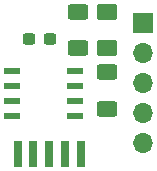
<source format=gts>
G04 #@! TF.GenerationSoftware,KiCad,Pcbnew,7.0.9*
G04 #@! TF.CreationDate,2023-11-12T22:26:40-08:00*
G04 #@! TF.ProjectId,TimeRecordingButton,54696d65-5265-4636-9f72-64696e674275,rev?*
G04 #@! TF.SameCoordinates,Original*
G04 #@! TF.FileFunction,Soldermask,Top*
G04 #@! TF.FilePolarity,Negative*
%FSLAX46Y46*%
G04 Gerber Fmt 4.6, Leading zero omitted, Abs format (unit mm)*
G04 Created by KiCad (PCBNEW 7.0.9) date 2023-11-12 22:26:40*
%MOMM*%
%LPD*%
G01*
G04 APERTURE LIST*
G04 Aperture macros list*
%AMRoundRect*
0 Rectangle with rounded corners*
0 $1 Rounding radius*
0 $2 $3 $4 $5 $6 $7 $8 $9 X,Y pos of 4 corners*
0 Add a 4 corners polygon primitive as box body*
4,1,4,$2,$3,$4,$5,$6,$7,$8,$9,$2,$3,0*
0 Add four circle primitives for the rounded corners*
1,1,$1+$1,$2,$3*
1,1,$1+$1,$4,$5*
1,1,$1+$1,$6,$7*
1,1,$1+$1,$8,$9*
0 Add four rect primitives between the rounded corners*
20,1,$1+$1,$2,$3,$4,$5,0*
20,1,$1+$1,$4,$5,$6,$7,0*
20,1,$1+$1,$6,$7,$8,$9,0*
20,1,$1+$1,$8,$9,$2,$3,0*%
G04 Aperture macros list end*
%ADD10R,1.391399X0.558000*%
%ADD11RoundRect,0.250001X0.624999X-0.462499X0.624999X0.462499X-0.624999X0.462499X-0.624999X-0.462499X0*%
%ADD12RoundRect,0.250000X-0.625000X0.400000X-0.625000X-0.400000X0.625000X-0.400000X0.625000X0.400000X0*%
%ADD13RoundRect,0.250000X0.625000X-0.400000X0.625000X0.400000X-0.625000X0.400000X-0.625000X-0.400000X0*%
%ADD14R,1.700000X1.700000*%
%ADD15O,1.700000X1.700000*%
%ADD16R,0.666700X2.250000*%
%ADD17RoundRect,0.237500X-0.300000X-0.237500X0.300000X-0.237500X0.300000X0.237500X-0.300000X0.237500X0*%
G04 APERTURE END LIST*
D10*
X101677426Y-108753636D03*
X101677426Y-110023636D03*
X101677426Y-111293636D03*
X101677426Y-112563636D03*
X106980422Y-112563636D03*
X106980422Y-111293636D03*
X106980422Y-110023636D03*
X106980422Y-108753636D03*
D11*
X109713619Y-106787016D03*
X109713619Y-103812016D03*
D12*
X109735485Y-108862963D03*
X109735485Y-111962963D03*
D13*
X107286540Y-106846419D03*
X107286540Y-103746419D03*
D14*
X112812304Y-104694022D03*
D15*
X112812304Y-107234022D03*
X112812304Y-109774022D03*
X112812304Y-112314022D03*
X112812304Y-114854022D03*
D16*
X102165216Y-115764993D03*
X103498616Y-115764993D03*
X104831916Y-115764993D03*
X106165216Y-115764993D03*
X107498616Y-115764993D03*
D17*
X103144204Y-106086036D03*
X104869204Y-106086036D03*
M02*

</source>
